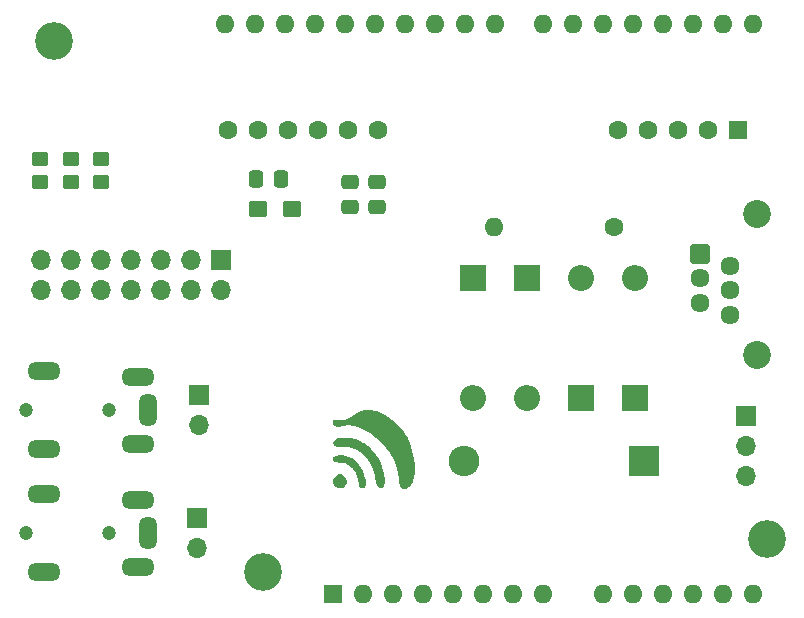
<source format=gbr>
%TF.GenerationSoftware,KiCad,Pcbnew,8.0.6-8.0.6-0~ubuntu22.04.1*%
%TF.CreationDate,2024-11-16T23:11:18-08:00*%
%TF.ProjectId,telduino,74656c64-7569-46e6-9f2e-6b696361645f,0.1*%
%TF.SameCoordinates,Original*%
%TF.FileFunction,Soldermask,Top*%
%TF.FilePolarity,Negative*%
%FSLAX46Y46*%
G04 Gerber Fmt 4.6, Leading zero omitted, Abs format (unit mm)*
G04 Created by KiCad (PCBNEW 8.0.6-8.0.6-0~ubuntu22.04.1) date 2024-11-16 23:11:18*
%MOMM*%
%LPD*%
G01*
G04 APERTURE LIST*
G04 Aperture macros list*
%AMRoundRect*
0 Rectangle with rounded corners*
0 $1 Rounding radius*
0 $2 $3 $4 $5 $6 $7 $8 $9 X,Y pos of 4 corners*
0 Add a 4 corners polygon primitive as box body*
4,1,4,$2,$3,$4,$5,$6,$7,$8,$9,$2,$3,0*
0 Add four circle primitives for the rounded corners*
1,1,$1+$1,$2,$3*
1,1,$1+$1,$4,$5*
1,1,$1+$1,$6,$7*
1,1,$1+$1,$8,$9*
0 Add four rect primitives between the rounded corners*
20,1,$1+$1,$2,$3,$4,$5,0*
20,1,$1+$1,$4,$5,$6,$7,0*
20,1,$1+$1,$6,$7,$8,$9,0*
20,1,$1+$1,$8,$9,$2,$3,0*%
G04 Aperture macros list end*
%ADD10C,0.000000*%
%ADD11C,3.200000*%
%ADD12C,2.360000*%
%ADD13RoundRect,0.102000X0.704000X-0.704000X0.704000X0.704000X-0.704000X0.704000X-0.704000X-0.704000X0*%
%ADD14C,1.612000*%
%ADD15R,1.600000X1.600000*%
%ADD16O,1.600000X1.600000*%
%ADD17RoundRect,0.250000X-0.475000X0.337500X-0.475000X-0.337500X0.475000X-0.337500X0.475000X0.337500X0*%
%ADD18RoundRect,0.250000X-0.537500X-0.425000X0.537500X-0.425000X0.537500X0.425000X-0.537500X0.425000X0*%
%ADD19C,1.600000*%
%ADD20RoundRect,0.250000X0.450000X-0.350000X0.450000X0.350000X-0.450000X0.350000X-0.450000X-0.350000X0*%
%ADD21R,1.700000X1.700000*%
%ADD22O,1.700000X1.700000*%
%ADD23R,2.200000X2.200000*%
%ADD24O,2.200000X2.200000*%
%ADD25R,2.600000X2.600000*%
%ADD26O,2.600000X2.600000*%
%ADD27RoundRect,0.250000X-0.337500X-0.475000X0.337500X-0.475000X0.337500X0.475000X-0.337500X0.475000X0*%
%ADD28C,1.200000*%
%ADD29O,2.820000X1.512000*%
%ADD30O,1.512000X2.820000*%
G04 APERTURE END LIST*
D10*
%TO.C,G\u002A\u002A\u002A*%
G36*
X148682907Y-109458327D02*
G01*
X148919332Y-109496891D01*
X148986926Y-109512118D01*
X149135746Y-109554772D01*
X149304615Y-109614461D01*
X149480064Y-109685572D01*
X149648626Y-109762494D01*
X149796833Y-109839614D01*
X149854691Y-109873750D01*
X149931605Y-109921958D01*
X150006994Y-109970054D01*
X150070823Y-110011561D01*
X150113057Y-110039999D01*
X150120125Y-110045096D01*
X150142976Y-110062048D01*
X150192457Y-110098646D01*
X150262341Y-110150285D01*
X150346401Y-110212364D01*
X150393305Y-110246990D01*
X150730723Y-110519568D01*
X151034079Y-110814306D01*
X151304295Y-111132303D01*
X151542295Y-111474659D01*
X151749003Y-111842473D01*
X151771477Y-111887816D01*
X151918454Y-112213358D01*
X152038180Y-112535843D01*
X152134001Y-112866361D01*
X152209260Y-113215998D01*
X152251833Y-113480421D01*
X152266139Y-113579498D01*
X152282055Y-113686791D01*
X152292598Y-113756064D01*
X152314589Y-113944478D01*
X152326914Y-114155006D01*
X152329890Y-114377684D01*
X152323834Y-114602551D01*
X152309064Y-114819645D01*
X152285895Y-115019001D01*
X152254645Y-115190659D01*
X152245777Y-115227417D01*
X152218343Y-115323852D01*
X152185207Y-115423976D01*
X152149467Y-115520170D01*
X152114225Y-115604816D01*
X152082579Y-115670296D01*
X152057629Y-115708993D01*
X152046893Y-115716192D01*
X152030740Y-115732540D01*
X152029209Y-115743711D01*
X152013418Y-115777203D01*
X151971302Y-115826189D01*
X151910747Y-115883866D01*
X151839636Y-115943430D01*
X151765854Y-115998074D01*
X151697287Y-116040996D01*
X151667419Y-116055936D01*
X151560518Y-116093490D01*
X151453334Y-116114305D01*
X151358109Y-116116843D01*
X151294171Y-116102840D01*
X151209101Y-116047798D01*
X151139703Y-115966955D01*
X151119806Y-115930888D01*
X151091622Y-115855371D01*
X151061891Y-115750230D01*
X151032838Y-115626498D01*
X151006691Y-115495212D01*
X150985674Y-115367408D01*
X150972013Y-115254121D01*
X150967848Y-115177469D01*
X150964112Y-115101666D01*
X150954845Y-115009288D01*
X150945512Y-114942662D01*
X150931609Y-114865633D01*
X150911989Y-114768101D01*
X150888622Y-114658705D01*
X150863476Y-114546080D01*
X150838521Y-114438865D01*
X150815724Y-114345698D01*
X150797054Y-114275214D01*
X150784481Y-114236052D01*
X150784410Y-114235887D01*
X150764524Y-114181460D01*
X150756739Y-114154215D01*
X150726103Y-114053971D01*
X150677975Y-113927617D01*
X150616323Y-113783787D01*
X150545115Y-113631112D01*
X150468318Y-113478227D01*
X150389901Y-113333764D01*
X150342062Y-113251972D01*
X150135991Y-112939858D01*
X149897620Y-112628765D01*
X149634721Y-112327581D01*
X149355065Y-112045192D01*
X149066424Y-111790487D01*
X149058389Y-111783922D01*
X148949976Y-111696813D01*
X148852093Y-111620600D01*
X148769426Y-111558751D01*
X148706661Y-111514735D01*
X148668485Y-111492020D01*
X148660823Y-111489665D01*
X148640497Y-111477220D01*
X148639820Y-111473035D01*
X148623533Y-111453920D01*
X148582645Y-111425736D01*
X148563252Y-111414606D01*
X148506533Y-111382436D01*
X148431392Y-111338253D01*
X148354081Y-111291613D01*
X148353967Y-111291543D01*
X148200099Y-111201998D01*
X148032811Y-111112595D01*
X147865852Y-111030284D01*
X147712974Y-110962018D01*
X147659755Y-110940554D01*
X147577513Y-110908550D01*
X147506054Y-110880557D01*
X147456686Y-110861013D01*
X147445366Y-110856434D01*
X147357391Y-110827308D01*
X147241491Y-110798949D01*
X147110538Y-110773843D01*
X146977406Y-110754473D01*
X146860885Y-110743661D01*
X146631125Y-110741716D01*
X146404301Y-110765105D01*
X146189659Y-110808926D01*
X146031924Y-110835688D01*
X145851031Y-110845655D01*
X145832344Y-110845670D01*
X145735774Y-110844293D01*
X145668903Y-110839684D01*
X145620608Y-110829725D01*
X145579767Y-110812295D01*
X145543581Y-110790649D01*
X145454197Y-110721293D01*
X145400036Y-110646598D01*
X145375659Y-110557480D01*
X145372939Y-110505678D01*
X145377302Y-110431557D01*
X145394675Y-110378142D01*
X145431477Y-110325836D01*
X145432119Y-110325068D01*
X145491300Y-110254376D01*
X145954323Y-110260554D01*
X146118187Y-110262222D01*
X146247591Y-110261829D01*
X146348890Y-110258615D01*
X146428439Y-110251820D01*
X146492594Y-110240684D01*
X146547709Y-110224448D01*
X146600139Y-110202351D01*
X146649064Y-110177476D01*
X146695814Y-110149433D01*
X146765236Y-110104129D01*
X146847165Y-110048582D01*
X146931438Y-109989810D01*
X147007891Y-109934831D01*
X147066361Y-109890662D01*
X147077842Y-109881421D01*
X147108274Y-109860211D01*
X147162784Y-109825590D01*
X147233097Y-109782471D01*
X147310940Y-109735766D01*
X147388038Y-109690387D01*
X147456118Y-109651246D01*
X147506906Y-109623256D01*
X147532128Y-109611329D01*
X147532965Y-109611209D01*
X147560493Y-109603053D01*
X147609357Y-109582572D01*
X147630398Y-109572787D01*
X147798738Y-109510038D01*
X147995623Y-109466883D01*
X148213588Y-109443658D01*
X148445171Y-109440694D01*
X148682907Y-109458327D01*
G37*
G36*
X146086033Y-114897154D02*
G01*
X146224278Y-114936002D01*
X146348201Y-115009194D01*
X146453793Y-115114586D01*
X146537046Y-115250036D01*
X146578266Y-115356324D01*
X146593459Y-115469506D01*
X146576159Y-115591922D01*
X146530743Y-115715253D01*
X146461588Y-115831179D01*
X146373071Y-115931380D01*
X146269570Y-116007537D01*
X146223927Y-116029834D01*
X146120860Y-116058149D01*
X145998568Y-116069127D01*
X145875468Y-116061268D01*
X145862971Y-116059242D01*
X145791050Y-116036938D01*
X145707934Y-115996671D01*
X145658791Y-115966204D01*
X145585599Y-115908943D01*
X145531665Y-115846305D01*
X145482743Y-115761571D01*
X145480291Y-115756691D01*
X145427915Y-115611929D01*
X145411682Y-115466126D01*
X145429454Y-115325120D01*
X145479094Y-115194749D01*
X145558463Y-115080851D01*
X145665424Y-114989264D01*
X145782614Y-114931058D01*
X145937476Y-114894792D01*
X146086033Y-114897154D01*
G37*
G36*
X146275404Y-113284336D02*
G01*
X146546581Y-113328941D01*
X146800734Y-113410234D01*
X147039589Y-113528893D01*
X147264874Y-113685596D01*
X147447952Y-113850178D01*
X147642572Y-114072627D01*
X147811690Y-114324463D01*
X147953328Y-114601692D01*
X148065510Y-114900324D01*
X148146261Y-115216364D01*
X148159538Y-115287414D01*
X148185515Y-115487389D01*
X148189231Y-115660444D01*
X148170909Y-115804499D01*
X148130771Y-115917469D01*
X148085240Y-115981859D01*
X147997629Y-116051706D01*
X147907299Y-116081352D01*
X147815370Y-116070534D01*
X147776644Y-116053908D01*
X147714089Y-116013940D01*
X147666085Y-115963513D01*
X147629569Y-115895968D01*
X147601476Y-115804646D01*
X147578742Y-115682890D01*
X147567181Y-115598701D01*
X147541746Y-115417651D01*
X147513721Y-115266052D01*
X147480185Y-115132519D01*
X147438214Y-115005670D01*
X147384886Y-114874119D01*
X147375938Y-114853754D01*
X147351641Y-114797102D01*
X147336104Y-114757392D01*
X147333067Y-114746769D01*
X147320899Y-114716243D01*
X147288291Y-114662481D01*
X147241087Y-114593501D01*
X147185130Y-114517319D01*
X147126263Y-114441954D01*
X147070331Y-114375421D01*
X147033622Y-114335939D01*
X146938576Y-114243638D01*
X146857234Y-114173644D01*
X146777300Y-114116777D01*
X146686479Y-114063853D01*
X146629490Y-114034143D01*
X146464848Y-113961868D01*
X146306877Y-113918634D01*
X146138450Y-113900296D01*
X146071251Y-113898990D01*
X145914661Y-113891908D01*
X145769056Y-113871865D01*
X145641078Y-113840667D01*
X145537369Y-113800119D01*
X145464572Y-113752025D01*
X145443695Y-113728441D01*
X145425038Y-113679556D01*
X145414828Y-113605797D01*
X145413775Y-113571579D01*
X145416771Y-113500770D01*
X145429476Y-113454375D01*
X145457459Y-113416182D01*
X145472256Y-113401405D01*
X145534958Y-113355160D01*
X145616988Y-113320720D01*
X145723956Y-113296711D01*
X145861473Y-113281759D01*
X145985479Y-113275740D01*
X146275404Y-113284336D01*
G37*
G36*
X146533268Y-111768431D02*
G01*
X146666041Y-111773759D01*
X146776623Y-111782664D01*
X146843035Y-111792537D01*
X146988482Y-111822670D01*
X147101971Y-111847033D01*
X147191638Y-111867596D01*
X147265621Y-111886329D01*
X147332056Y-111905201D01*
X147399081Y-111926183D01*
X147410558Y-111929917D01*
X147534332Y-111976103D01*
X147676817Y-112038497D01*
X147826467Y-112111234D01*
X147971739Y-112188452D01*
X148101086Y-112264287D01*
X148200832Y-112331286D01*
X148284760Y-112398914D01*
X148386885Y-112489343D01*
X148498801Y-112594396D01*
X148612101Y-112705892D01*
X148718380Y-112815652D01*
X148809230Y-112915498D01*
X148846747Y-112959762D01*
X149081054Y-113273105D01*
X149284571Y-113602618D01*
X149453932Y-113942277D01*
X149582715Y-114276723D01*
X149645202Y-114489659D01*
X149704373Y-114737109D01*
X149758735Y-115012790D01*
X149761882Y-115030490D01*
X149771958Y-115111751D01*
X149778680Y-115215659D01*
X149782078Y-115332147D01*
X149782186Y-115451145D01*
X149779033Y-115562583D01*
X149772652Y-115656393D01*
X149763074Y-115722506D01*
X149759671Y-115735161D01*
X149710186Y-115864697D01*
X149655943Y-115958420D01*
X149593739Y-116021324D01*
X149564231Y-116039883D01*
X149494229Y-116059947D01*
X149411461Y-116060034D01*
X149336534Y-116041101D01*
X149313052Y-116028195D01*
X149263366Y-115988591D01*
X149220927Y-115940939D01*
X149180113Y-115876868D01*
X149135302Y-115788003D01*
X149101312Y-115712852D01*
X149082485Y-115657825D01*
X149061374Y-115577201D01*
X149041730Y-115485773D01*
X149036540Y-115457626D01*
X149003498Y-115272455D01*
X148975330Y-115120665D01*
X148950459Y-114995312D01*
X148927307Y-114889456D01*
X148904296Y-114796152D01*
X148879850Y-114708460D01*
X148852391Y-114619436D01*
X148831706Y-114556144D01*
X148802700Y-114475307D01*
X148764766Y-114378858D01*
X148721297Y-114274425D01*
X148675685Y-114169631D01*
X148631325Y-114072102D01*
X148591610Y-113989464D01*
X148559933Y-113929342D01*
X148539688Y-113899362D01*
X148539272Y-113898990D01*
X148522234Y-113875041D01*
X148499449Y-113834376D01*
X148461729Y-113772320D01*
X148402894Y-113688705D01*
X148329573Y-113591936D01*
X148248395Y-113490420D01*
X148165986Y-113392563D01*
X148088975Y-113306770D01*
X148057906Y-113274399D01*
X147945456Y-113166699D01*
X147825851Y-113062922D01*
X147709078Y-112971184D01*
X147605128Y-112899598D01*
X147572979Y-112880442D01*
X147505411Y-112842447D01*
X147438967Y-112805255D01*
X147430053Y-112800284D01*
X147372391Y-112771765D01*
X147297188Y-112739094D01*
X147251395Y-112721003D01*
X147190303Y-112698606D01*
X147132300Y-112679157D01*
X147066061Y-112659207D01*
X146980259Y-112635303D01*
X146894080Y-112612124D01*
X146851611Y-112605546D01*
X146774832Y-112598435D01*
X146670256Y-112591200D01*
X146544399Y-112584250D01*
X146403775Y-112577994D01*
X146281540Y-112573655D01*
X146117716Y-112568261D01*
X145989087Y-112563226D01*
X145890023Y-112558001D01*
X145814891Y-112552038D01*
X145758062Y-112544785D01*
X145713905Y-112535694D01*
X145676789Y-112524215D01*
X145645108Y-112511542D01*
X145530101Y-112445568D01*
X145450429Y-112363025D01*
X145407428Y-112266235D01*
X145402432Y-112157519D01*
X145412498Y-112106947D01*
X145456253Y-112019892D01*
X145535773Y-111941250D01*
X145646340Y-111874084D01*
X145783235Y-111821457D01*
X145893598Y-111794641D01*
X145984298Y-111782428D01*
X146103817Y-111773677D01*
X146241953Y-111768413D01*
X146388504Y-111766656D01*
X146533268Y-111768431D01*
G37*
%TD*%
D11*
%TO.C,H1*%
X121768000Y-78232000D03*
%TD*%
D12*
%TO.C,J1*%
X181348000Y-104806000D03*
X181348000Y-92806000D03*
D13*
X176508000Y-96256000D03*
D14*
X179048000Y-97276000D03*
X176508000Y-98296000D03*
X179048000Y-99316000D03*
X176508000Y-100336000D03*
X179048000Y-101356000D03*
%TD*%
D15*
%TO.C,A1*%
X145440000Y-125000000D03*
D16*
X147980000Y-125000000D03*
X150520000Y-125000000D03*
X153060000Y-125000000D03*
X155600000Y-125000000D03*
X158140000Y-125000000D03*
X160680000Y-125000000D03*
X163220000Y-125000000D03*
X168300000Y-125000000D03*
X170840000Y-125000000D03*
X173380000Y-125000000D03*
X175920000Y-125000000D03*
X178460000Y-125000000D03*
X181000000Y-125000000D03*
X181000000Y-76740000D03*
X178460000Y-76740000D03*
X175920000Y-76740000D03*
X173380000Y-76740000D03*
X170840000Y-76740000D03*
X168300000Y-76740000D03*
X165760000Y-76740000D03*
X163220000Y-76740000D03*
X159160000Y-76740000D03*
X156620000Y-76740000D03*
X154080000Y-76740000D03*
X151540000Y-76740000D03*
X149000000Y-76740000D03*
X146460000Y-76740000D03*
X143920000Y-76740000D03*
X141380000Y-76740000D03*
X138840000Y-76740000D03*
X136300000Y-76740000D03*
%TD*%
D11*
%TO.C,H2*%
X139446000Y-123190000D03*
%TD*%
D17*
%TO.C,C3*%
X149098000Y-90148500D03*
X149098000Y-92223500D03*
%TD*%
D18*
%TO.C,C2*%
X139024500Y-92456000D03*
X141899500Y-92456000D03*
%TD*%
D15*
%TO.C,U1*%
X179705000Y-85725000D03*
D19*
X177165000Y-85725000D03*
X174625000Y-85725000D03*
X172085000Y-85725000D03*
X169545000Y-85725000D03*
X149225000Y-85725000D03*
X146685000Y-85725000D03*
X144145000Y-85725000D03*
X141605000Y-85725000D03*
X139065000Y-85725000D03*
X136525000Y-85725000D03*
%TD*%
D20*
%TO.C,R2*%
X120592000Y-90154000D03*
X120592000Y-88154000D03*
%TD*%
D21*
%TO.C,J6*%
X133858000Y-118613000D03*
D22*
X133858000Y-121153000D03*
%TD*%
D23*
%TO.C,D3*%
X157226000Y-98298000D03*
D24*
X157226000Y-108458000D03*
%TD*%
D21*
%TO.C,J5*%
X134034000Y-108204000D03*
D22*
X134034000Y-110744000D03*
%TD*%
D25*
%TO.C,D5*%
X171704000Y-113792000D03*
D26*
X156464000Y-113792000D03*
%TD*%
D20*
%TO.C,R3*%
X123190000Y-90154000D03*
X123190000Y-88154000D03*
%TD*%
D21*
%TO.C,J2*%
X180340000Y-109982000D03*
D22*
X180340000Y-112522000D03*
X180340000Y-115062000D03*
%TD*%
D19*
%TO.C,R1*%
X169164000Y-93980000D03*
D16*
X159004000Y-93980000D03*
%TD*%
D21*
%TO.C,J7*%
X135895000Y-96769000D03*
D22*
X135895000Y-99309000D03*
X133355000Y-96769000D03*
X133355000Y-99309000D03*
X130815000Y-96769000D03*
X130815000Y-99309000D03*
X128275000Y-96769000D03*
X128275000Y-99309000D03*
X125735000Y-96769000D03*
X125735000Y-99309000D03*
X123195000Y-96769000D03*
X123195000Y-99309000D03*
X120655000Y-96769000D03*
X120655000Y-99309000D03*
%TD*%
D23*
%TO.C,D2*%
X170942000Y-108458000D03*
D24*
X170942000Y-98298000D03*
%TD*%
D20*
%TO.C,R4*%
X125730000Y-90154000D03*
X125730000Y-88154000D03*
%TD*%
D11*
%TO.C,H3*%
X182118000Y-120396000D03*
%TD*%
D23*
%TO.C,D1*%
X161798000Y-98298000D03*
D24*
X161798000Y-108458000D03*
%TD*%
D27*
%TO.C,C1*%
X138916500Y-89916000D03*
X140991500Y-89916000D03*
%TD*%
D23*
%TO.C,D4*%
X166370000Y-108458000D03*
D24*
X166370000Y-98298000D03*
%TD*%
D17*
%TO.C,C4*%
X146812000Y-90148500D03*
X146812000Y-92223500D03*
%TD*%
D28*
%TO.C,J4*%
X126436000Y-119888000D03*
X119436000Y-119888000D03*
D29*
X128936000Y-122738000D03*
X128936000Y-117038000D03*
D30*
X129736000Y-119888000D03*
D29*
X120936000Y-116588000D03*
X120936000Y-123188000D03*
%TD*%
D28*
%TO.C,J3*%
X126436000Y-109474000D03*
X119436000Y-109474000D03*
D29*
X128936000Y-112324000D03*
X128936000Y-106624000D03*
D30*
X129736000Y-109474000D03*
D29*
X120936000Y-106174000D03*
X120936000Y-112774000D03*
%TD*%
M02*

</source>
